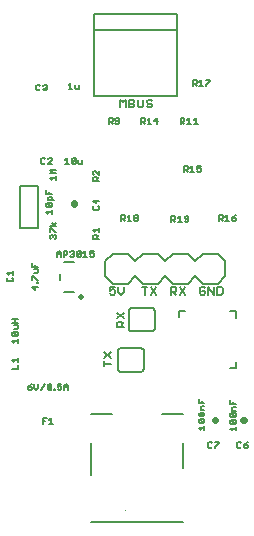
<source format=gto>
G75*
%MOIN*%
%OFA0B0*%
%FSLAX24Y24*%
%IPPOS*%
%LPD*%
%AMOC8*
5,1,8,0,0,1.08239X$1,22.5*
%
%ADD10C,0.0060*%
%ADD11C,0.0050*%
%ADD12C,0.0080*%
%ADD13C,0.0200*%
%ADD14C,0.0220*%
%ADD15C,0.0040*%
D10*
X003793Y005711D02*
X003793Y005884D01*
X003793Y005798D02*
X004053Y005798D01*
X004053Y006006D02*
X003793Y006179D01*
X003793Y006006D02*
X004053Y006179D01*
X004267Y006225D02*
X004267Y005634D01*
X004266Y005634D02*
X004270Y005615D01*
X004276Y005598D01*
X004286Y005581D01*
X004298Y005567D01*
X004313Y005555D01*
X004329Y005545D01*
X004347Y005539D01*
X004366Y005535D01*
X004385Y005535D01*
X004385Y005536D02*
X005015Y005536D01*
X005014Y005535D02*
X005033Y005535D01*
X005052Y005539D01*
X005070Y005545D01*
X005086Y005555D01*
X005101Y005567D01*
X005113Y005581D01*
X005123Y005598D01*
X005129Y005615D01*
X005133Y005634D01*
X005133Y006225D01*
X005134Y006225D02*
X005130Y006243D01*
X005124Y006261D01*
X005114Y006278D01*
X005102Y006292D01*
X005087Y006305D01*
X005071Y006314D01*
X005053Y006320D01*
X005034Y006324D01*
X005015Y006324D01*
X005015Y006323D02*
X004385Y006323D01*
X004385Y006324D02*
X004366Y006324D01*
X004347Y006320D01*
X004329Y006314D01*
X004313Y006304D01*
X004298Y006292D01*
X004286Y006278D01*
X004276Y006261D01*
X004270Y006244D01*
X004266Y006225D01*
X004227Y007033D02*
X004227Y007164D01*
X004270Y007207D01*
X004357Y007207D01*
X004401Y007164D01*
X004401Y007033D01*
X004487Y007033D02*
X004227Y007033D01*
X004401Y007120D02*
X004487Y007207D01*
X004487Y007328D02*
X004227Y007502D01*
X004227Y007328D02*
X004487Y007502D01*
X004628Y007568D02*
X004628Y006977D01*
X004627Y006977D02*
X004631Y006958D01*
X004637Y006941D01*
X004647Y006924D01*
X004659Y006910D01*
X004674Y006898D01*
X004690Y006888D01*
X004708Y006882D01*
X004727Y006878D01*
X004746Y006878D01*
X004746Y006879D02*
X005376Y006879D01*
X005376Y006878D02*
X005395Y006878D01*
X005414Y006882D01*
X005432Y006888D01*
X005448Y006898D01*
X005463Y006910D01*
X005475Y006924D01*
X005485Y006941D01*
X005491Y006958D01*
X005495Y006977D01*
X005494Y006977D02*
X005494Y007568D01*
X005495Y007568D02*
X005491Y007586D01*
X005485Y007604D01*
X005475Y007621D01*
X005463Y007635D01*
X005448Y007648D01*
X005432Y007657D01*
X005414Y007663D01*
X005395Y007667D01*
X005376Y007667D01*
X005376Y007666D02*
X004746Y007666D01*
X004746Y007667D02*
X004727Y007667D01*
X004708Y007663D01*
X004690Y007657D01*
X004674Y007647D01*
X004659Y007635D01*
X004647Y007621D01*
X004637Y007604D01*
X004631Y007587D01*
X004627Y007568D01*
X004375Y008104D02*
X004462Y008191D01*
X004462Y008364D01*
X004289Y008191D02*
X004375Y008104D01*
X004289Y008191D02*
X004289Y008364D01*
X004168Y008364D02*
X003994Y008364D01*
X003994Y008234D01*
X004081Y008278D01*
X004124Y008278D01*
X004168Y008234D01*
X004168Y008147D01*
X004124Y008104D01*
X004037Y008104D01*
X003994Y008147D01*
X005074Y008364D02*
X005248Y008364D01*
X005161Y008364D02*
X005161Y008104D01*
X005369Y008104D02*
X005542Y008364D01*
X005369Y008364D02*
X005542Y008104D01*
X006034Y008104D02*
X006034Y008364D01*
X006164Y008364D01*
X006208Y008321D01*
X006208Y008234D01*
X006164Y008191D01*
X006034Y008191D01*
X006121Y008191D02*
X006208Y008104D01*
X006329Y008104D02*
X006502Y008364D01*
X006329Y008364D02*
X006502Y008104D01*
X006994Y008147D02*
X007037Y008104D01*
X007124Y008104D01*
X007168Y008147D01*
X007168Y008234D01*
X007081Y008234D01*
X006994Y008321D02*
X006994Y008147D01*
X006994Y008321D02*
X007037Y008364D01*
X007124Y008364D01*
X007168Y008321D01*
X007289Y008364D02*
X007289Y008104D01*
X007462Y008104D02*
X007289Y008364D01*
X007462Y008364D02*
X007462Y008104D01*
X007583Y008104D02*
X007583Y008364D01*
X007714Y008364D01*
X007757Y008321D01*
X007757Y008147D01*
X007714Y008104D01*
X007583Y008104D01*
X005368Y014344D02*
X005281Y014344D01*
X005238Y014387D01*
X005281Y014474D02*
X005368Y014474D01*
X005412Y014431D01*
X005412Y014387D01*
X005368Y014344D01*
X005281Y014474D02*
X005238Y014518D01*
X005238Y014561D01*
X005281Y014604D01*
X005368Y014604D01*
X005412Y014561D01*
X005117Y014604D02*
X005117Y014387D01*
X005074Y014344D01*
X004987Y014344D01*
X004943Y014387D01*
X004943Y014604D01*
X004822Y014561D02*
X004822Y014518D01*
X004779Y014474D01*
X004649Y014474D01*
X004779Y014474D02*
X004822Y014431D01*
X004822Y014387D01*
X004779Y014344D01*
X004649Y014344D01*
X004649Y014604D01*
X004779Y014604D01*
X004822Y014561D01*
X004528Y014604D02*
X004528Y014344D01*
X004441Y014518D02*
X004528Y014604D01*
X004441Y014518D02*
X004354Y014604D01*
X004354Y014344D01*
D11*
X001764Y003991D02*
X001764Y003800D01*
X001764Y003895D02*
X001827Y003895D01*
X001764Y003991D02*
X001891Y003991D01*
X001985Y003927D02*
X002048Y003991D01*
X002048Y003800D01*
X001985Y003800D02*
X002112Y003800D01*
X002151Y004940D02*
X002182Y004940D01*
X002182Y004972D01*
X002151Y004972D01*
X002151Y004940D01*
X002056Y004972D02*
X002025Y004940D01*
X001961Y004940D01*
X001930Y004972D01*
X002056Y005099D01*
X002056Y004972D01*
X001930Y004972D02*
X001930Y005099D01*
X001961Y005131D01*
X002025Y005131D01*
X002056Y005099D01*
X001835Y005131D02*
X001709Y004940D01*
X001614Y005004D02*
X001614Y005131D01*
X001488Y005131D02*
X001488Y005004D01*
X001551Y004940D01*
X001614Y005004D01*
X001393Y005004D02*
X001362Y005035D01*
X001267Y005035D01*
X001267Y004972D01*
X001298Y004940D01*
X001362Y004940D01*
X001393Y004972D01*
X001393Y005004D01*
X001330Y005099D02*
X001393Y005131D01*
X001330Y005099D02*
X001267Y005035D01*
X000940Y005627D02*
X000940Y005754D01*
X000940Y005848D02*
X000940Y005975D01*
X000940Y005912D02*
X000750Y005912D01*
X000814Y005848D01*
X000750Y005627D02*
X000940Y005627D01*
X000940Y006507D02*
X000940Y006634D01*
X000940Y006571D02*
X000750Y006571D01*
X000814Y006507D01*
X000782Y006728D02*
X000750Y006760D01*
X000750Y006823D01*
X000782Y006855D01*
X000909Y006728D01*
X000940Y006760D01*
X000940Y006823D01*
X000909Y006855D01*
X000782Y006855D01*
X000814Y006949D02*
X000909Y006949D01*
X000940Y006981D01*
X000940Y007076D01*
X000814Y007076D01*
X000845Y007170D02*
X000845Y007297D01*
X000750Y007297D02*
X000940Y007297D01*
X000940Y007170D02*
X000750Y007170D01*
X000782Y006728D02*
X000909Y006728D01*
X001502Y008265D02*
X001502Y008391D01*
X001597Y008360D02*
X001407Y008360D01*
X001502Y008265D01*
X001565Y008486D02*
X001565Y008517D01*
X001597Y008517D01*
X001597Y008486D01*
X001565Y008486D01*
X001565Y008596D02*
X001597Y008596D01*
X001565Y008596D02*
X001439Y008723D01*
X001407Y008723D01*
X001407Y008596D01*
X001470Y008817D02*
X001565Y008817D01*
X001597Y008849D01*
X001597Y008944D01*
X001470Y008944D01*
X001502Y009038D02*
X001502Y009101D01*
X001597Y009038D02*
X001407Y009038D01*
X001407Y009165D01*
X002037Y009962D02*
X002005Y009994D01*
X002005Y010057D01*
X002037Y010089D01*
X002068Y010089D01*
X002100Y010057D01*
X002132Y010089D01*
X002163Y010089D01*
X002195Y010057D01*
X002195Y009994D01*
X002163Y009962D01*
X002100Y010025D02*
X002100Y010057D01*
X002163Y010183D02*
X002037Y010310D01*
X002005Y010310D01*
X002005Y010183D01*
X002163Y010183D02*
X002195Y010183D01*
X002195Y010404D02*
X002005Y010404D01*
X002068Y010499D02*
X002132Y010404D01*
X002195Y010499D01*
X002075Y010802D02*
X002075Y010929D01*
X002075Y010865D02*
X001885Y010865D01*
X001948Y010802D01*
X001917Y011023D02*
X001885Y011055D01*
X001885Y011118D01*
X001917Y011150D01*
X002043Y011023D01*
X002075Y011055D01*
X002075Y011118D01*
X002043Y011150D01*
X001917Y011150D01*
X001948Y011244D02*
X001948Y011339D01*
X001980Y011371D01*
X002043Y011371D01*
X002075Y011339D01*
X002075Y011244D01*
X002138Y011244D02*
X001948Y011244D01*
X001917Y011023D02*
X002043Y011023D01*
X002075Y011465D02*
X001885Y011465D01*
X001885Y011592D01*
X001980Y011528D02*
X001980Y011465D01*
X002068Y011920D02*
X002005Y011983D01*
X002195Y011983D01*
X002195Y011920D02*
X002195Y012047D01*
X002195Y012141D02*
X002005Y012141D01*
X002068Y012204D01*
X002005Y012268D01*
X002195Y012268D01*
X002060Y012452D02*
X001934Y012452D01*
X002060Y012579D01*
X002060Y012610D01*
X002029Y012642D01*
X001965Y012642D01*
X001934Y012610D01*
X001839Y012610D02*
X001808Y012642D01*
X001744Y012642D01*
X001713Y012610D01*
X001713Y012484D01*
X001744Y012452D01*
X001808Y012452D01*
X001839Y012484D01*
X001622Y011717D02*
X001022Y011717D01*
X001022Y010317D01*
X001622Y010317D01*
X001622Y011717D01*
X002514Y012452D02*
X002640Y012452D01*
X002577Y012452D02*
X002577Y012642D01*
X002514Y012579D01*
X002735Y012610D02*
X002735Y012484D01*
X002861Y012610D01*
X002861Y012484D01*
X002830Y012452D01*
X002766Y012452D01*
X002735Y012484D01*
X002735Y012610D02*
X002766Y012642D01*
X002830Y012642D01*
X002861Y012610D01*
X002955Y012579D02*
X002955Y012484D01*
X002987Y012452D01*
X003082Y012452D01*
X003082Y012579D01*
X003445Y012198D02*
X003445Y012135D01*
X003477Y012103D01*
X003477Y012009D02*
X003540Y012009D01*
X003572Y011977D01*
X003572Y011882D01*
X003635Y011882D02*
X003445Y011882D01*
X003445Y011977D01*
X003477Y012009D01*
X003572Y011945D02*
X003635Y012009D01*
X003635Y012103D02*
X003508Y012230D01*
X003477Y012230D01*
X003445Y012198D01*
X003635Y012230D02*
X003635Y012103D01*
X003540Y011270D02*
X003540Y011143D01*
X003445Y011238D01*
X003635Y011238D01*
X003603Y011049D02*
X003635Y011017D01*
X003635Y010954D01*
X003603Y010922D01*
X003477Y010922D01*
X003445Y010954D01*
X003445Y011017D01*
X003477Y011049D01*
X003635Y010310D02*
X003635Y010183D01*
X003635Y010246D02*
X003445Y010246D01*
X003508Y010183D01*
X003477Y010089D02*
X003540Y010089D01*
X003572Y010057D01*
X003572Y009962D01*
X003635Y009962D02*
X003445Y009962D01*
X003445Y010057D01*
X003477Y010089D01*
X003572Y010025D02*
X003635Y010089D01*
X003471Y009552D02*
X003344Y009552D01*
X003344Y009457D01*
X003407Y009489D01*
X003439Y009489D01*
X003471Y009457D01*
X003471Y009394D01*
X003439Y009362D01*
X003376Y009362D01*
X003344Y009394D01*
X003250Y009362D02*
X003123Y009362D01*
X003186Y009362D02*
X003186Y009552D01*
X003123Y009489D01*
X003029Y009520D02*
X002902Y009394D01*
X002934Y009362D01*
X002997Y009362D01*
X003029Y009394D01*
X003029Y009520D01*
X002997Y009552D01*
X002934Y009552D01*
X002902Y009520D01*
X002902Y009394D01*
X002808Y009394D02*
X002776Y009362D01*
X002713Y009362D01*
X002681Y009394D01*
X002744Y009457D02*
X002776Y009457D01*
X002808Y009425D01*
X002808Y009394D01*
X002776Y009457D02*
X002808Y009489D01*
X002808Y009520D01*
X002776Y009552D01*
X002713Y009552D01*
X002681Y009520D01*
X002587Y009520D02*
X002587Y009457D01*
X002555Y009425D01*
X002460Y009425D01*
X002460Y009362D02*
X002460Y009552D01*
X002555Y009552D01*
X002587Y009520D01*
X002366Y009489D02*
X002366Y009362D01*
X002366Y009457D02*
X002239Y009457D01*
X002239Y009489D02*
X002302Y009552D01*
X002366Y009489D01*
X002239Y009489D02*
X002239Y009362D01*
X000757Y008889D02*
X000757Y008762D01*
X000757Y008825D02*
X000567Y008825D01*
X000630Y008762D01*
X000599Y008668D02*
X000567Y008636D01*
X000567Y008573D01*
X000599Y008541D01*
X000725Y008541D01*
X000757Y008573D01*
X000757Y008636D01*
X000725Y008668D01*
X002261Y005131D02*
X002261Y005035D01*
X002324Y005067D01*
X002356Y005067D01*
X002388Y005035D01*
X002388Y004972D01*
X002356Y004940D01*
X002293Y004940D01*
X002261Y004972D01*
X002261Y005131D02*
X002388Y005131D01*
X002482Y005067D02*
X002545Y005131D01*
X002609Y005067D01*
X002609Y004940D01*
X002609Y005035D02*
X002482Y005035D01*
X002482Y005067D02*
X002482Y004940D01*
X003369Y004130D02*
X004078Y004130D01*
X003369Y003146D02*
X003369Y002083D01*
X003369Y000508D02*
X006440Y000508D01*
X006440Y002319D02*
X006440Y003146D01*
X006961Y003667D02*
X007152Y003667D01*
X007152Y003730D02*
X007152Y003603D01*
X007025Y003603D02*
X006961Y003667D01*
X006993Y003824D02*
X006961Y003856D01*
X006961Y003919D01*
X006993Y003951D01*
X007120Y003824D01*
X007152Y003856D01*
X007152Y003919D01*
X007120Y003951D01*
X006993Y003951D01*
X006993Y004045D02*
X006961Y004077D01*
X006961Y004140D01*
X006993Y004172D01*
X007120Y004045D01*
X007152Y004077D01*
X007152Y004140D01*
X007120Y004172D01*
X006993Y004172D01*
X007025Y004266D02*
X007025Y004361D01*
X007057Y004393D01*
X007152Y004393D01*
X007152Y004487D02*
X006961Y004487D01*
X006961Y004614D01*
X007057Y004551D02*
X007057Y004487D01*
X007025Y004266D02*
X007152Y004266D01*
X007120Y004045D02*
X006993Y004045D01*
X006993Y003824D02*
X007120Y003824D01*
X007317Y003192D02*
X007285Y003160D01*
X007285Y003034D01*
X007317Y003002D01*
X007380Y003002D01*
X007412Y003034D01*
X007506Y003034D02*
X007506Y003002D01*
X007506Y003034D02*
X007633Y003160D01*
X007633Y003192D01*
X007506Y003192D01*
X007412Y003160D02*
X007380Y003192D01*
X007317Y003192D01*
X008005Y003640D02*
X008195Y003640D01*
X008195Y003577D02*
X008195Y003704D01*
X008163Y003798D02*
X008037Y003925D01*
X008163Y003925D01*
X008195Y003893D01*
X008195Y003830D01*
X008163Y003798D01*
X008037Y003798D01*
X008005Y003830D01*
X008005Y003893D01*
X008037Y003925D01*
X008037Y004019D02*
X008005Y004051D01*
X008005Y004114D01*
X008037Y004146D01*
X008163Y004019D01*
X008195Y004051D01*
X008195Y004114D01*
X008163Y004146D01*
X008037Y004146D01*
X008068Y004240D02*
X008068Y004335D01*
X008100Y004367D01*
X008195Y004367D01*
X008195Y004461D02*
X008005Y004461D01*
X008005Y004588D01*
X008100Y004524D02*
X008100Y004461D01*
X008068Y004240D02*
X008195Y004240D01*
X008163Y004019D02*
X008037Y004019D01*
X008005Y003640D02*
X008068Y003577D01*
X008277Y003192D02*
X008245Y003160D01*
X008245Y003034D01*
X008277Y003002D01*
X008340Y003002D01*
X008372Y003034D01*
X008466Y003034D02*
X008498Y003002D01*
X008561Y003002D01*
X008593Y003034D01*
X008593Y003065D01*
X008561Y003097D01*
X008466Y003097D01*
X008466Y003034D01*
X008466Y003097D02*
X008529Y003160D01*
X008593Y003192D01*
X008372Y003160D02*
X008340Y003192D01*
X008277Y003192D01*
X006440Y004130D02*
X005731Y004130D01*
X006051Y010532D02*
X006051Y010722D01*
X006146Y010722D01*
X006178Y010690D01*
X006178Y010627D01*
X006146Y010595D01*
X006051Y010595D01*
X006115Y010595D02*
X006178Y010532D01*
X006272Y010532D02*
X006399Y010532D01*
X006336Y010532D02*
X006336Y010722D01*
X006272Y010659D01*
X006493Y010659D02*
X006525Y010627D01*
X006620Y010627D01*
X006620Y010690D02*
X006588Y010722D01*
X006525Y010722D01*
X006493Y010690D01*
X006493Y010659D01*
X006493Y010564D02*
X006525Y010532D01*
X006588Y010532D01*
X006620Y010564D01*
X006620Y010690D01*
X006593Y012188D02*
X006530Y012251D01*
X006561Y012251D02*
X006466Y012251D01*
X006466Y012188D02*
X006466Y012378D01*
X006561Y012378D01*
X006593Y012346D01*
X006593Y012283D01*
X006561Y012251D01*
X006687Y012188D02*
X006814Y012188D01*
X006751Y012188D02*
X006751Y012378D01*
X006687Y012315D01*
X006908Y012283D02*
X006972Y012315D01*
X007003Y012315D01*
X007035Y012283D01*
X007035Y012220D01*
X007003Y012188D01*
X006940Y012188D01*
X006908Y012220D01*
X006908Y012283D02*
X006908Y012378D01*
X007035Y012378D01*
X006926Y013807D02*
X006799Y013807D01*
X006863Y013807D02*
X006863Y013997D01*
X006799Y013934D01*
X006705Y013807D02*
X006578Y013807D01*
X006642Y013807D02*
X006642Y013997D01*
X006578Y013934D01*
X006484Y013965D02*
X006484Y013902D01*
X006453Y013870D01*
X006357Y013870D01*
X006357Y013807D02*
X006357Y013997D01*
X006453Y013997D01*
X006484Y013965D01*
X006421Y013870D02*
X006484Y013807D01*
X006243Y014713D02*
X003487Y014713D01*
X003487Y016917D01*
X006243Y016917D01*
X006243Y017469D01*
X003487Y017469D01*
X003487Y016917D01*
X002687Y015162D02*
X002687Y014972D01*
X002624Y014972D02*
X002751Y014972D01*
X002845Y015004D02*
X002877Y014972D01*
X002972Y014972D01*
X002972Y015099D01*
X002845Y015099D02*
X002845Y015004D01*
X002687Y015162D02*
X002624Y015099D01*
X001892Y015070D02*
X001892Y015039D01*
X001860Y015007D01*
X001892Y014975D01*
X001892Y014944D01*
X001860Y014912D01*
X001797Y014912D01*
X001765Y014944D01*
X001828Y015007D02*
X001860Y015007D01*
X001892Y015070D02*
X001860Y015102D01*
X001797Y015102D01*
X001765Y015070D01*
X001671Y015070D02*
X001639Y015102D01*
X001576Y015102D01*
X001544Y015070D01*
X001544Y014944D01*
X001576Y014912D01*
X001639Y014912D01*
X001671Y014944D01*
X003968Y013991D02*
X003968Y013800D01*
X003968Y013864D02*
X004063Y013864D01*
X004095Y013896D01*
X004095Y013959D01*
X004063Y013991D01*
X003968Y013991D01*
X004032Y013864D02*
X004095Y013800D01*
X004189Y013832D02*
X004221Y013800D01*
X004284Y013800D01*
X004316Y013832D01*
X004316Y013959D01*
X004284Y013991D01*
X004221Y013991D01*
X004189Y013959D01*
X004189Y013927D01*
X004221Y013896D01*
X004316Y013896D01*
X005037Y013870D02*
X005133Y013870D01*
X005164Y013902D01*
X005164Y013965D01*
X005133Y013997D01*
X005037Y013997D01*
X005037Y013807D01*
X005101Y013870D02*
X005164Y013807D01*
X005258Y013807D02*
X005385Y013807D01*
X005322Y013807D02*
X005322Y013997D01*
X005258Y013934D01*
X005479Y013902D02*
X005606Y013902D01*
X005574Y013807D02*
X005574Y013997D01*
X005479Y013902D01*
X006243Y014713D02*
X006243Y016917D01*
X006766Y015258D02*
X006861Y015258D01*
X006893Y015226D01*
X006893Y015163D01*
X006861Y015131D01*
X006766Y015131D01*
X006766Y015068D02*
X006766Y015258D01*
X006830Y015131D02*
X006893Y015068D01*
X006987Y015068D02*
X007114Y015068D01*
X007051Y015068D02*
X007051Y015258D01*
X006987Y015195D01*
X007208Y015258D02*
X007335Y015258D01*
X007335Y015226D01*
X007208Y015100D01*
X007208Y015068D01*
X007635Y010764D02*
X007730Y010764D01*
X007762Y010733D01*
X007762Y010669D01*
X007730Y010638D01*
X007635Y010638D01*
X007698Y010638D02*
X007762Y010574D01*
X007856Y010574D02*
X007983Y010574D01*
X007919Y010574D02*
X007919Y010764D01*
X007856Y010701D01*
X008077Y010669D02*
X008172Y010669D01*
X008204Y010638D01*
X008204Y010606D01*
X008172Y010574D01*
X008109Y010574D01*
X008077Y010606D01*
X008077Y010669D01*
X008140Y010733D01*
X008204Y010764D01*
X007635Y010764D02*
X007635Y010574D01*
X004940Y010594D02*
X004908Y010562D01*
X004845Y010562D01*
X004813Y010594D01*
X004813Y010625D01*
X004845Y010657D01*
X004908Y010657D01*
X004940Y010625D01*
X004940Y010594D01*
X004908Y010657D02*
X004940Y010689D01*
X004940Y010720D01*
X004908Y010752D01*
X004845Y010752D01*
X004813Y010720D01*
X004813Y010689D01*
X004845Y010657D01*
X004719Y010562D02*
X004592Y010562D01*
X004656Y010562D02*
X004656Y010752D01*
X004592Y010689D01*
X004498Y010720D02*
X004466Y010752D01*
X004371Y010752D01*
X004371Y010562D01*
X004371Y010625D02*
X004466Y010625D01*
X004498Y010657D01*
X004498Y010720D01*
X004435Y010625D02*
X004498Y010562D01*
D12*
X004603Y009459D02*
X004103Y009459D01*
X003853Y009209D01*
X003853Y008709D01*
X004103Y008459D01*
X004603Y008459D01*
X004853Y008709D01*
X005103Y008459D01*
X005603Y008459D01*
X005853Y008709D01*
X006103Y008459D01*
X006603Y008459D01*
X006853Y008709D01*
X007103Y008459D01*
X007603Y008459D01*
X007853Y008709D01*
X007853Y009209D01*
X007603Y009459D01*
X007103Y009459D01*
X006853Y009209D01*
X006603Y009459D01*
X006103Y009459D01*
X005853Y009209D01*
X005603Y009459D01*
X005103Y009459D01*
X004853Y009209D01*
X004603Y009459D01*
X002802Y009183D02*
X002464Y009183D01*
X002354Y008789D02*
X002354Y008577D01*
X002464Y008183D02*
X002802Y008183D01*
X006322Y007547D02*
X006322Y007350D01*
X006322Y007547D02*
X006519Y007547D01*
X008015Y007547D02*
X008211Y007547D01*
X008211Y007311D01*
X008211Y005854D02*
X008211Y005657D01*
X008015Y005657D01*
D13*
X003033Y008033D03*
D14*
X002820Y011125D02*
X002820Y011149D01*
X007495Y003923D02*
X007519Y003923D01*
X008436Y003923D02*
X008460Y003923D01*
D15*
X004496Y000939D02*
X004496Y000939D01*
M02*

</source>
